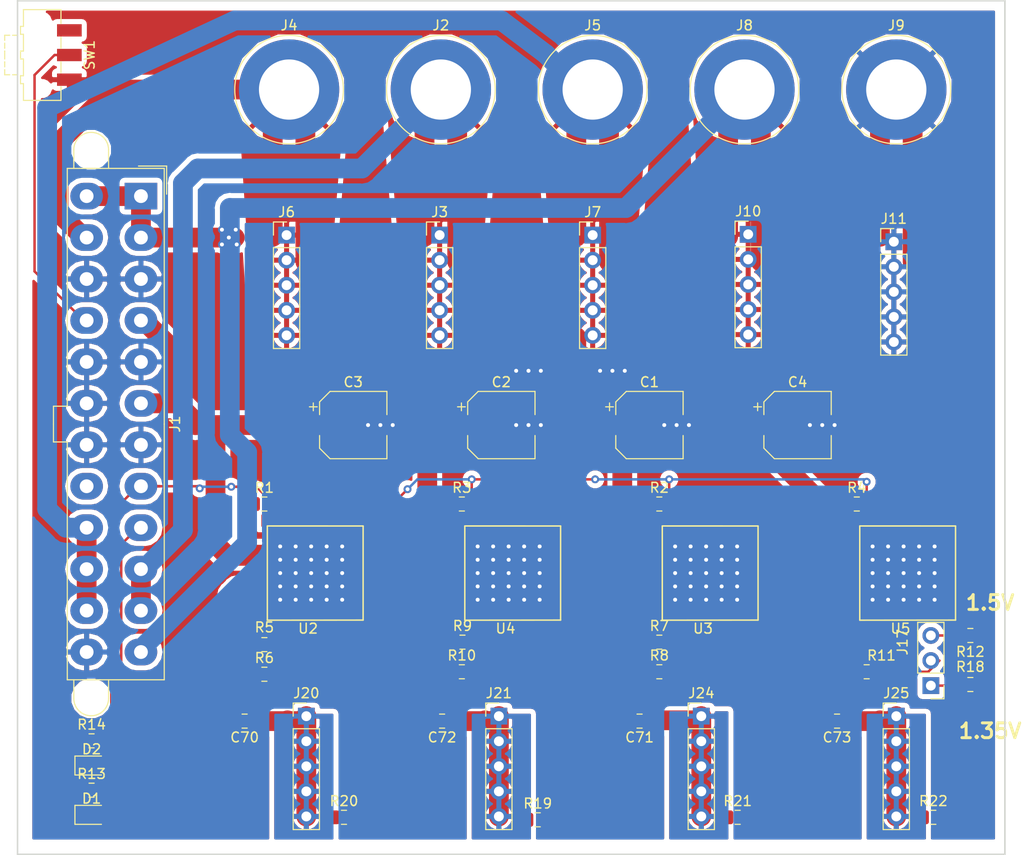
<source format=kicad_pcb>
(kicad_pcb (version 20171130) (host pcbnew "(5.0.0-rc2-100-g6d77e594b)")
  (layers (0 F.Cu signal) (31 B.Cu signal) (34 B.Paste user) (35 F.Paste user) (36 B.SilkS user) (37 F.SilkS user) (38 B.Mask user) (39 F.Mask user) (44 Edge.Cuts user))
  (net 0 "")
  (net 1 +5V)
  (net 2 +1.0V)
  (net 3 +1.8V)
  (net 4 +1.2V)
  (net 5 +3.3V)
  (net 6 GND)
  (net 7 +12V)
  (net 8 -12V)
  (net 9 "Net-(J1-Pad16)")
  (net 10 "Net-(J1-Pad20)")
  (net 11 "Net-(R1-Pad1)")
  (net 12 "Net-(R2-Pad1)")
  (net 13 "Net-(R3-Pad1)")
  (net 14 "Net-(R4-Pad1)")
  (net 15 "Net-(R5-Pad2)")
  (net 16 "Net-(R7-Pad2)")
  (net 17 "Net-(R10-Pad1)")
  (net 18 "Net-(SW1-Pad1)")
  (net 19 "Net-(J1-Pad9)")
  (net 20 "Net-(D1-Pad2)")
  (net 21 "Net-(D2-Pad2)")
  (net 22 ATX_POWEROK)
  (net 23 VCC_DDR)
  (net 24 "Net-(J17-Pad1)")
  (net 25 "Net-(J17-Pad2)")
  (net 26 "Net-(J17-Pad3)")
  (module Capacitor_SMD:CP_Elec_6.3x5.4_Nichicon (layer F.Cu) (at 112.5 75)
    (fp_text reference C1 (at 0 -4.35) (layer F.SilkS))
    (fp_text value "200uF Electrolytic")
    (pad 2 smd rect (at 2.7 0) (size 3.5 1.6) (layers F.Cu F.Paste F.Mask) (net 6 GND))
    (pad 1 smd rect (at -2.7 0) (size 3.5 1.6) (layers F.Cu F.Paste F.Mask) (net 1 +5V))
  )
  (module Capacitor_SMD:CP_Elec_6.3x5.4_Nichicon (layer F.Cu) (at 97.5 75)
    (fp_text reference C2 (at 0 -4.35) (layer F.SilkS))
    (fp_text value "200uF Electrolytic")
    (pad 1 smd rect (at -2.7 0) (size 3.5 1.6) (layers F.Cu F.Paste F.Mask) (net 1 +5V))
    (pad 2 smd rect (at 2.7 0) (size 3.5 1.6) (layers F.Cu F.Paste F.Mask) (net 6 GND))
  )
  (module Capacitor_SMD:CP_Elec_6.3x5.4_Nichicon (layer F.Cu) (at 82.5 75)
    (fp_text reference C3 (at 0 -4.35) (layer F.SilkS))
    (fp_text value "200uF Electrolytic")
    (pad 2 smd rect (at 2.7 0) (size 3.5 1.6) (layers F.Cu F.Paste F.Mask) (net 6 GND))
    (pad 1 smd rect (at -2.7 0) (size 3.5 1.6) (layers F.Cu F.Paste F.Mask) (net 1 +5V))
  )
  (module Capacitor_SMD:CP_Elec_6.3x5.4_Nichicon (layer F.Cu) (at 127.5 75)
    (fp_text reference C4 (at 0 -4.35) (layer F.SilkS))
    (fp_text value "200uF Electrolytic")
    (pad 1 smd rect (at -2.7 0) (size 3.5 1.6) (layers F.Cu F.Paste F.Mask) (net 1 +5V))
    (pad 2 smd rect (at 2.7 0) (size 3.5 1.6) (layers F.Cu F.Paste F.Mask) (net 6 GND))
  )
  (module Capacitor_SMD:C_0805_2012Metric (layer F.Cu) (at 71.5 105 180)
    (fp_text reference C70 (at 0 -1.65 180) (layer F.SilkS))
    (fp_text value "10uF X7R")
    (pad 2 smd roundrect (at 0.9375 0 180) (size 0.975 1.4) (layers F.Cu F.Paste F.Mask) (net 6 GND))
    (pad 1 smd roundrect (at -0.9375 0 180) (size 0.975 1.4) (layers F.Cu F.Paste F.Mask) (net 2 +1.0V))
  )
  (module Capacitor_SMD:C_0805_2012Metric (layer F.Cu) (at 111.5 105 180)
    (fp_text reference C71 (at 0 -1.65 180) (layer F.SilkS))
    (fp_text value "10uF X7R")
    (pad 1 smd roundrect (at -0.9375 0 180) (size 0.975 1.4) (layers F.Cu F.Paste F.Mask) (net 3 +1.8V))
    (pad 2 smd roundrect (at 0.9375 0 180) (size 0.975 1.4) (layers F.Cu F.Paste F.Mask) (net 6 GND))
  )
  (module Capacitor_SMD:C_0805_2012Metric (layer F.Cu) (at 91.5 105 180)
    (fp_text reference C72 (at 0 -1.65 180) (layer F.SilkS))
    (fp_text value "10uF X7R")
    (pad 2 smd roundrect (at 0.9375 0 180) (size 0.975 1.4) (layers F.Cu F.Paste F.Mask) (net 6 GND))
    (pad 1 smd roundrect (at -0.9375 0 180) (size 0.975 1.4) (layers F.Cu F.Paste F.Mask) (net 4 +1.2V))
  )
  (module Capacitor_SMD:C_0805_2012Metric (layer F.Cu) (at 131.5 105 180)
    (fp_text reference C73 (at 0 -1.65 180) (layer F.SilkS))
    (fp_text value "10uF X7R")
    (pad 1 smd roundrect (at -0.9375 0 180) (size 0.975 1.4) (layers F.Cu F.Paste F.Mask) (net 23 VCC_DDR))
    (pad 2 smd roundrect (at 0.9375 0 180) (size 0.975 1.4) (layers F.Cu F.Paste F.Mask) (net 6 GND))
  )
  (module LED_SMD:LED_0805_2012Metric (layer F.Cu) (at 56 114.5)
    (fp_text reference D1 (at 0 -1.65) (layer F.SilkS))
    (fp_text value LED)
    (pad 2 smd roundrect (at 0.9375 0) (size 0.975 1.4) (layers F.Cu F.Paste F.Mask) (net 20 "Net-(D1-Pad2)"))
    (pad 1 smd roundrect (at -0.9375 0) (size 0.975 1.4) (layers F.Cu F.Paste F.Mask) (net 6 GND))
  )
  (module LED_SMD:LED_0805_2012Metric (layer F.Cu) (at 56 109.5)
    (fp_text reference D2 (at 0 -1.65) (layer F.SilkS))
    (fp_text value LED)
    (pad 1 smd roundrect (at -0.9375 0) (size 0.975 1.4) (layers F.Cu F.Paste F.Mask) (net 6 GND))
    (pad 2 smd roundrect (at 0.9375 0) (size 0.975 1.4) (layers F.Cu F.Paste F.Mask) (net 21 "Net-(D2-Pad2)"))
  )
  (module Connector_Molex:Molex_Mini-Fit_Jr_5566-24A2_2x12_P4.20mm_Vertical (layer F.Cu) (at 61 51.8 270)
    (fp_text reference J1 (at 23.1 -3.45 270) (layer F.SilkS))
    (fp_text value Conn_02x12_Top_Bottom)
    (pad 1 thru_hole rect (at 0 0 270) (size 2.7 3.3) (drill 1.4) (layers *.Cu *.Mask) (net 5 +3.3V))
    (pad 2 thru_hole oval (at 4.2 0 270) (size 2.7 3.3) (drill 1.4) (layers *.Cu *.Mask) (net 5 +3.3V))
    (pad 3 thru_hole oval (at 8.4 0 270) (size 2.7 3.3) (drill 1.4) (layers *.Cu *.Mask) (net 6 GND))
    (pad 4 thru_hole oval (at 12.6 0 270) (size 2.7 3.3) (drill 1.4) (layers *.Cu *.Mask) (net 1 +5V))
    (pad 5 thru_hole oval (at 16.8 0 270) (size 2.7 3.3) (drill 1.4) (layers *.Cu *.Mask) (net 6 GND))
    (pad 6 thru_hole oval (at 21 0 270) (size 2.7 3.3) (drill 1.4) (layers *.Cu *.Mask) (net 1 +5V))
    (pad 7 thru_hole oval (at 25.2 0 270) (size 2.7 3.3) (drill 1.4) (layers *.Cu *.Mask) (net 6 GND))
    (pad 8 thru_hole oval (at 29.4 0 270) (size 2.7 3.3) (drill 1.4) (layers *.Cu *.Mask) (net 22 ATX_POWEROK))
    (pad 9 thru_hole oval (at 33.6 0 270) (size 2.7 3.3) (drill 1.4) (layers *.Cu *.Mask) (net 19 "Net-(J1-Pad9)"))
    (pad 10 thru_hole oval (at 37.8 0 270) (size 2.7 3.3) (drill 1.4) (layers *.Cu *.Mask) (net 7 +12V))
    (pad 11 thru_hole oval (at 42 0 270) (size 2.7 3.3) (drill 1.4) (layers *.Cu *.Mask) (net 7 +12V))
    (pad 12 thru_hole oval (at 46.2 0 270) (size 2.7 3.3) (drill 1.4) (layers *.Cu *.Mask) (net 5 +3.3V))
    (pad 13 thru_hole oval (at 0 5.5 270) (size 2.7 3.3) (drill 1.4) (layers *.Cu *.Mask) (net 5 +3.3V))
    (pad 14 thru_hole oval (at 4.2 5.5 270) (size 2.7 3.3) (drill 1.4) (layers *.Cu *.Mask) (net 8 -12V))
    (pad 15 thru_hole oval (at 8.4 5.5 270) (size 2.7 3.3) (drill 1.4) (layers *.Cu *.Mask) (net 6 GND))
    (pad 16 thru_hole oval (at 12.6 5.5 270) (size 2.7 3.3) (drill 1.4) (layers *.Cu *.Mask) (net 9 "Net-(J1-Pad16)"))
    (pad 17 thru_hole oval (at 16.8 5.5 270) (size 2.7 3.3) (drill 1.4) (layers *.Cu *.Mask) (net 6 GND))
    (pad 18 thru_hole oval (at 21 5.5 270) (size 2.7 3.3) (drill 1.4) (layers *.Cu *.Mask) (net 6 GND))
    (pad 19 thru_hole oval (at 25.2 5.5 270) (size 2.7 3.3) (drill 1.4) (layers *.Cu *.Mask) (net 6 GND))
    (pad 20 thru_hole oval (at 29.4 5.5 270) (size 2.7 3.3) (drill 1.4) (layers *.Cu *.Mask) (net 10 "Net-(J1-Pad20)"))
    (pad 21 thru_hole oval (at 33.6 5.5 270) (size 2.7 3.3) (drill 1.4) (layers *.Cu *.Mask) (net 1 +5V))
    (pad 22 thru_hole oval (at 37.8 5.5 270) (size 2.7 3.3) (drill 1.4) (layers *.Cu *.Mask) (net 1 +5V))
    (pad 23 thru_hole oval (at 42 5.5 270) (size 2.7 3.3) (drill 1.4) (layers *.Cu *.Mask) (net 1 +5V))
    (pad 24 thru_hole oval (at 46.2 5.5 270) (size 2.7 3.3) (drill 1.4) (layers *.Cu *.Mask) (net 6 GND))
    (pad "" np_thru_hole circle (at -4.7 5.04 270) (size 3 3) (drill 3) (layers *.Cu *.Mask))
    (pad "" np_thru_hole circle (at 50.9 5.04 270) (size 3 3) (drill 3) (layers *.Cu *.Mask))
  )
  (module Connector:Banana_Jack_1Pin (layer F.Cu) (at 91.375 41)
    (fp_text reference J2 (at 0 -6.5) (layer F.SilkS))
    (fp_text value Conn_01x01_Male)
    (pad 1 thru_hole circle (at 0 0) (size 10.16 10.16) (drill 6.1) (layers *.Cu *.Mask) (net 7 +12V))
  )
  (module Connector:Banana_Jack_1Pin (layer F.Cu) (at 76 41)
    (fp_text reference J4 (at 0 -6.5) (layer F.SilkS))
    (fp_text value Conn_01x01_Male)
    (pad 1 thru_hole circle (at 0 0) (size 10.16 10.16) (drill 6.1) (layers *.Cu *.Mask) (net 8 -12V))
  )
  (module Connector:Banana_Jack_1Pin (layer F.Cu) (at 106.75 41)
    (fp_text reference J5 (at 0 -6.5) (layer F.SilkS))
    (fp_text value Conn_01x01_Male)
    (pad 1 thru_hole circle (at 0 0) (size 10.16 10.16) (drill 6.1) (layers *.Cu *.Mask) (net 1 +5V))
  )
  (module Connector:Banana_Jack_1Pin (layer F.Cu) (at 122.125 41)
    (fp_text reference J8 (at 0 -6.5) (layer F.SilkS))
    (fp_text value Conn_01x01_Male)
    (pad 1 thru_hole circle (at 0 0) (size 10.16 10.16) (drill 6.1) (layers *.Cu *.Mask) (net 5 +3.3V))
  )
  (module Connector:Banana_Jack_1Pin (layer F.Cu) (at 137.5 41)
    (fp_text reference J9 (at 0 -6.5) (layer F.SilkS))
    (fp_text value Conn_01x01_Male)
    (pad 1 thru_hole circle (at 0 0) (size 10.16 10.16) (drill 6.1) (layers *.Cu *.Mask) (net 6 GND))
  )
  (module Connector_PinHeader_2.54mm:PinHeader_1x03_P2.54mm_Vertical (layer F.Cu) (at 141 101.404492 180)
    (fp_text reference J17 (at 2.871348 4.404492 270) (layer F.SilkS))
    (fp_text value Conn_01x03_Male)
    (pad 1 thru_hole rect (at 0 0 180) (size 1.7 1.7) (drill 1) (layers *.Cu *.Mask) (net 24 "Net-(J17-Pad1)"))
    (pad 2 thru_hole oval (at 0 2.54 180) (size 1.7 1.7) (drill 1) (layers *.Cu *.Mask) (net 25 "Net-(J17-Pad2)"))
    (pad 3 thru_hole oval (at 0 5.08 180) (size 1.7 1.7) (drill 1) (layers *.Cu *.Mask) (net 26 "Net-(J17-Pad3)"))
  )
  (module Resistor_SMD:R_0805_2012Metric (layer F.Cu) (at 73.5 83)
    (fp_text reference R1 (at 0 -1.65) (layer F.SilkS))
    (fp_text value 100k)
    (pad 2 smd roundrect (at 0.9375 0) (size 0.975 1.4) (layers F.Cu F.Paste F.Mask) (net 22 ATX_POWEROK))
    (pad 1 smd roundrect (at -0.9375 0) (size 0.975 1.4) (layers F.Cu F.Paste F.Mask) (net 11 "Net-(R1-Pad1)"))
  )
  (module Resistor_SMD:R_0805_2012Metric (layer F.Cu) (at 113.5 83)
    (fp_text reference R2 (at 0 -1.65) (layer F.SilkS))
    (fp_text value 100k)
    (pad 1 smd roundrect (at -0.9375 0) (size 0.975 1.4) (layers F.Cu F.Paste F.Mask) (net 12 "Net-(R2-Pad1)"))
    (pad 2 smd roundrect (at 0.9375 0) (size 0.975 1.4) (layers F.Cu F.Paste F.Mask) (net 22 ATX_POWEROK))
  )
  (module Resistor_SMD:R_0805_2012Metric (layer F.Cu) (at 93.5 83)
    (fp_text reference R3 (at 0 -1.65) (layer F.SilkS))
    (fp_text value 100k)
    (pad 2 smd roundrect (at 0.9375 0) (size 0.975 1.4) (layers F.Cu F.Paste F.Mask) (net 22 ATX_POWEROK))
    (pad 1 smd roundrect (at -0.9375 0) (size 0.975 1.4) (layers F.Cu F.Paste F.Mask) (net 13 "Net-(R3-Pad1)"))
  )
  (module Resistor_SMD:R_0805_2012Metric (layer F.Cu) (at 133.5 83)
    (fp_text reference R4 (at 0 -1.65) (layer F.SilkS))
    (fp_text value 100k)
    (pad 2 smd roundrect (at 0.9375 0) (size 0.975 1.4) (layers F.Cu F.Paste F.Mask) (net 22 ATX_POWEROK))
    (pad 1 smd roundrect (at -0.9375 0) (size 0.975 1.4) (layers F.Cu F.Paste F.Mask) (net 14 "Net-(R4-Pad1)"))
  )
  (module Resistor_SMD:R_0805_2012Metric (layer F.Cu) (at 73.5 97.25)
    (fp_text reference R5 (at 0 -1.75) (layer F.SilkS))
    (fp_text value "10K 0.1%")
    (pad 1 smd roundrect (at -0.9375 0) (size 0.975 1.4) (layers F.Cu F.Paste F.Mask) (net 2 +1.0V))
    (pad 2 smd roundrect (at 0.9375 0) (size 0.975 1.4) (layers F.Cu F.Paste F.Mask) (net 15 "Net-(R5-Pad2)"))
  )
  (module Resistor_SMD:R_0805_2012Metric (layer F.Cu) (at 73.5 100.25)
    (fp_text reference R6 (at 0 -1.65) (layer F.SilkS))
    (fp_text value "10K 0.1%")
    (pad 2 smd roundrect (at 0.9375 0) (size 0.975 1.4) (layers F.Cu F.Paste F.Mask) (net 6 GND))
    (pad 1 smd roundrect (at -0.9375 0) (size 0.975 1.4) (layers F.Cu F.Paste F.Mask) (net 15 "Net-(R5-Pad2)"))
  )
  (module Resistor_SMD:R_0805_2012Metric (layer F.Cu) (at 113.5 97)
    (fp_text reference R7 (at 0 -1.65) (layer F.SilkS))
    (fp_text value "10K 0.1%")
    (pad 1 smd roundrect (at -0.9375 0) (size 0.975 1.4) (layers F.Cu F.Paste F.Mask) (net 3 +1.8V))
    (pad 2 smd roundrect (at 0.9375 0) (size 0.975 1.4) (layers F.Cu F.Paste F.Mask) (net 16 "Net-(R7-Pad2)"))
  )
  (module Resistor_SMD:R_0805_2012Metric (layer F.Cu) (at 113.5 100)
    (fp_text reference R8 (at 0 -1.65) (layer F.SilkS))
    (fp_text value "3.83K 0.1%")
    (pad 2 smd roundrect (at 0.9375 0) (size 0.975 1.4) (layers F.Cu F.Paste F.Mask) (net 6 GND))
    (pad 1 smd roundrect (at -0.9375 0) (size 0.975 1.4) (layers F.Cu F.Paste F.Mask) (net 16 "Net-(R7-Pad2)"))
  )
  (module Resistor_SMD:R_0805_2012Metric (layer F.Cu) (at 93.5625 97)
    (fp_text reference R9 (at 0 -1.65) (layer F.SilkS))
    (fp_text value "10K 0.1%")
    (pad 1 smd roundrect (at -0.9375 0) (size 0.975 1.4) (layers F.Cu F.Paste F.Mask) (net 4 +1.2V))
    (pad 2 smd roundrect (at 0.9375 0) (size 0.975 1.4) (layers F.Cu F.Paste F.Mask) (net 17 "Net-(R10-Pad1)"))
  )
  (module Resistor_SMD:R_0805_2012Metric (layer F.Cu) (at 93.5 100)
    (fp_text reference R10 (at 0 -1.65) (layer F.SilkS))
    (fp_text value "7.15K 0.1%")
    (pad 2 smd roundrect (at 0.9375 0) (size 0.975 1.4) (layers F.Cu F.Paste F.Mask) (net 6 GND))
    (pad 1 smd roundrect (at -0.9375 0) (size 0.975 1.4) (layers F.Cu F.Paste F.Mask) (net 17 "Net-(R10-Pad1)"))
  )
  (module Resistor_SMD:R_0805_2012Metric (layer F.Cu) (at 134.5 100)
    (fp_text reference R11 (at 1.5 -1.65) (layer F.SilkS))
    (fp_text value "10K 0.1%")
    (pad 2 smd roundrect (at 0.9375 0) (size 0.975 1.4) (layers F.Cu F.Paste F.Mask) (net 25 "Net-(J17-Pad2)"))
    (pad 1 smd roundrect (at -0.9375 0) (size 0.975 1.4) (layers F.Cu F.Paste F.Mask) (net 23 VCC_DDR))
  )
  (module Resistor_SMD:R_0805_2012Metric (layer F.Cu) (at 145 96.324492 180)
    (fp_text reference R12 (at 0 -1.65 180) (layer F.SilkS))
    (fp_text value "5K 0.5%")
    (pad 1 smd roundrect (at -0.9375 0 180) (size 0.975 1.4) (layers F.Cu F.Paste F.Mask) (net 6 GND))
    (pad 2 smd roundrect (at 0.9375 0 180) (size 0.975 1.4) (layers F.Cu F.Paste F.Mask) (net 26 "Net-(J17-Pad3)"))
  )
  (module Resistor_SMD:R_0805_2012Metric (layer F.Cu) (at 56 112)
    (fp_text reference R13 (at 0 -1.65) (layer F.SilkS))
    (fp_text value 220)
    (pad 1 smd roundrect (at -0.9375 0) (size 0.975 1.4) (layers F.Cu F.Paste F.Mask) (net 20 "Net-(D1-Pad2)"))
    (pad 2 smd roundrect (at 0.9375 0) (size 0.975 1.4) (layers F.Cu F.Paste F.Mask) (net 19 "Net-(J1-Pad9)"))
  )
  (module Resistor_SMD:R_0805_2012Metric (layer F.Cu) (at 56 107)
    (fp_text reference R14 (at 0 -1.65) (layer F.SilkS))
    (fp_text value 220)
    (pad 1 smd roundrect (at -0.9375 0) (size 0.975 1.4) (layers F.Cu F.Paste F.Mask) (net 21 "Net-(D2-Pad2)"))
    (pad 2 smd roundrect (at 0.9375 0) (size 0.975 1.4) (layers F.Cu F.Paste F.Mask) (net 22 ATX_POWEROK))
  )
  (module Resistor_SMD:R_0805_2012Metric (layer F.Cu) (at 145 101.291992 180)
    (fp_text reference R18 (at 0 1.791992 180) (layer F.SilkS))
    (fp_text value "5.9K 0.5%")
    (pad 1 smd roundrect (at -0.9375 0 180) (size 0.975 1.4) (layers F.Cu F.Paste F.Mask) (net 6 GND))
    (pad 2 smd roundrect (at 0.9375 0 180) (size 0.975 1.4) (layers F.Cu F.Paste F.Mask) (net 24 "Net-(J17-Pad1)"))
  )
  (module Button_Switch_SMD:SW_SPDT_CK-JS102011SAQN (layer F.Cu) (at 51 37.5 270)
    (fp_text reference SW1 (at 0 -4.8 270) (layer F.SilkS))
    (fp_text value SW_SPDT)
    (pad 1 smd rect (at -2.5 -2.75 270) (size 1.25 2.5) (layers F.Cu F.Paste F.Mask) (net 18 "Net-(SW1-Pad1)"))
    (pad 2 smd rect (at 0 -2.75 270) (size 1.25 2.5) (layers F.Cu F.Paste F.Mask) (net 9 "Net-(J1-Pad16)"))
    (pad 3 smd rect (at 2.5 -2.75 270) (size 1.25 2.5) (layers F.Cu F.Paste F.Mask) (net 6 GND))
    (pad "" np_thru_hole circle (at -3.4 0 270) (size 0.9 0.9) (drill 0.9) (layers *.Cu *.Mask))
    (pad "" np_thru_hole circle (at 3.4 0 270) (size 0.9 0.9) (drill 0.9) (layers *.Cu *.Mask))
  )
  (module FuzzyDuck:MIC69502 (layer F.Cu) (at 77.5 90 270)
    (fp_text reference U2 (at 5.62356 -0.42418) (layer F.SilkS))
    (fp_text value MIC69502)
    (pad 4 smd rect (at 0 -1.065 270) (size 6.5 8.03) (layers F.Cu F.Paste F.Mask) (net 6 GND))
    (pad 4 smd rect (at 0 4.5 270) (size 0.65 1.7) (layers F.Cu F.Paste F.Mask) (net 6 GND))
    (pad 5 smd rect (at 1.27 4.5 270) (size 0.65 1.7) (layers F.Cu F.Paste F.Mask) (net 2 +1.0V))
    (pad 6 smd rect (at 2.54 4.5 270) (size 0.65 1.7) (layers F.Cu F.Paste F.Mask) (net 2 +1.0V))
    (pad 7 smd rect (at 3.81 4.5 270) (size 0.65 1.7) (layers F.Cu F.Paste F.Mask) (net 15 "Net-(R5-Pad2)"))
    (pad 1 smd rect (at -3.81 4.5 270) (size 0.65 1.7) (layers F.Cu F.Paste F.Mask) (net 11 "Net-(R1-Pad1)"))
    (pad 2 smd rect (at -2.54 4.5 270) (size 0.65 1.7) (layers F.Cu F.Paste F.Mask) (net 1 +5V))
    (pad 3 smd rect (at -1.27 4.5 270) (size 0.65 1.7) (layers F.Cu F.Paste F.Mask) (net 1 +5V))
  )
  (module FuzzyDuck:MIC69502 (layer F.Cu) (at 117.5 90 270)
    (fp_text reference U3 (at 5.62356 -0.42418) (layer F.SilkS))
    (fp_text value MIC69502)
    (pad 3 smd rect (at -1.27 4.5 270) (size 0.65 1.7) (layers F.Cu F.Paste F.Mask) (net 1 +5V))
    (pad 2 smd rect (at -2.54 4.5 270) (size 0.65 1.7) (layers F.Cu F.Paste F.Mask) (net 1 +5V))
    (pad 1 smd rect (at -3.81 4.5 270) (size 0.65 1.7) (layers F.Cu F.Paste F.Mask) (net 12 "Net-(R2-Pad1)"))
    (pad 7 smd rect (at 3.81 4.5 270) (size 0.65 1.7) (layers F.Cu F.Paste F.Mask) (net 16 "Net-(R7-Pad2)"))
    (pad 6 smd rect (at 2.54 4.5 270) (size 0.65 1.7) (layers F.Cu F.Paste F.Mask) (net 3 +1.8V))
    (pad 5 smd rect (at 1.27 4.5 270) (size 0.65 1.7) (layers F.Cu F.Paste F.Mask) (net 3 +1.8V))
    (pad 4 smd rect (at 0 4.5 270) (size 0.65 1.7) (layers F.Cu F.Paste F.Mask) (net 6 GND))
    (pad 4 smd rect (at 0 -1.065 270) (size 6.5 8.03) (layers F.Cu F.Paste F.Mask) (net 6 GND))
  )
  (module FuzzyDuck:MIC69502 (layer F.Cu) (at 97.5 90 270)
    (fp_text reference U4 (at 5.62356 -0.42418) (layer F.SilkS))
    (fp_text value MIC69502)
    (pad 4 smd rect (at 0 -1.065 270) (size 6.5 8.03) (layers F.Cu F.Paste F.Mask) (net 6 GND))
    (pad 4 smd rect (at 0 4.5 270) (size 0.65 1.7) (layers F.Cu F.Paste F.Mask) (net 6 GND))
    (pad 5 smd rect (at 1.27 4.5 270) (size 0.65 1.7) (layers F.Cu F.Paste F.Mask) (net 4 +1.2V))
    (pad 6 smd rect (at 2.54 4.5 270) (size 0.65 1.7) (layers F.Cu F.Paste F.Mask) (net 4 +1.2V))
    (pad 7 smd rect (at 3.81 4.5 270) (size 0.65 1.7) (layers F.Cu F.Paste F.Mask) (net 17 "Net-(R10-Pad1)"))
    (pad 1 smd rect (at -3.81 4.5 270) (size 0.65 1.7) (layers F.Cu F.Paste F.Mask) (net 13 "Net-(R3-Pad1)"))
    (pad 2 smd rect (at -2.54 4.5 270) (size 0.65 1.7) (layers F.Cu F.Paste F.Mask) (net 1 +5V))
    (pad 3 smd rect (at -1.27 4.5 270) (size 0.65 1.7) (layers F.Cu F.Paste F.Mask) (net 1 +5V))
  )
  (module FuzzyDuck:MIC69502 (layer F.Cu) (at 137.5 90 270)
    (fp_text reference U5 (at 5.62356 -0.42418) (layer F.SilkS))
    (fp_text value MIC69502)
    (pad 3 smd rect (at -1.27 4.5 270) (size 0.65 1.7) (layers F.Cu F.Paste F.Mask) (net 1 +5V))
    (pad 2 smd rect (at -2.54 4.5 270) (size 0.65 1.7) (layers F.Cu F.Paste F.Mask) (net 1 +5V))
    (pad 1 smd rect (at -3.81 4.5 270) (size 0.65 1.7) (layers F.Cu F.Paste F.Mask) (net 14 "Net-(R4-Pad1)"))
    (pad 7 smd rect (at 3.81 4.5 270) (size 0.65 1.7) (layers F.Cu F.Paste F.Mask) (net 25 "Net-(J17-Pad2)"))
    (pad 6 smd rect (at 2.54 4.5 270) (size 0.65 1.7) (layers F.Cu F.Paste F.Mask) (net 23 VCC_DDR))
    (pad 5 smd rect (at 1.27 4.5 270) (size 0.65 1.7) (layers F.Cu F.Paste F.Mask) (net 23 VCC_DDR))
    (pad 4 smd rect (at 0 4.5 270) (size 0.65 1.7) (layers F.Cu F.Paste F.Mask) (net 6 GND))
    (pad 4 smd rect (at 0 -1.065 270) (size 6.5 8.03) (layers F.Cu F.Paste F.Mask) (net 6 GND))
  )
  (module Connector_PinHeader_2.54mm:PinHeader_1x05_P2.54mm_Vertical (layer F.Cu) (at 91.25 55.75)
    (fp_text reference J3 (at 0 -2.33) (layer F.SilkS))
    (fp_text value Conn_01x05)
    (pad 1 thru_hole rect (at 0 0) (size 1.7 1.7) (drill 1) (layers *.Cu *.Mask) (net 7 +12V))
    (pad 2 thru_hole oval (at 0 2.54) (size 1.7 1.7) (drill 1) (layers *.Cu *.Mask) (net 7 +12V))
    (pad 3 thru_hole oval (at 0 5.08) (size 1.7 1.7) (drill 1) (layers *.Cu *.Mask) (net 7 +12V))
    (pad 4 thru_hole oval (at 0 7.62) (size 1.7 1.7) (drill 1) (layers *.Cu *.Mask) (net 7 +12V))
    (pad 5 thru_hole oval (at 0 10.16) (size 1.7 1.7) (drill 1) (layers *.Cu *.Mask) (net 7 +12V))
  )
  (module Connector_PinHeader_2.54mm:PinHeader_1x05_P2.54mm_Vertical (layer F.Cu) (at 75.75 55.75)
    (fp_text reference J6 (at 0 -2.33) (layer F.SilkS))
    (fp_text value Conn_01x05)
    (pad 1 thru_hole rect (at 0 0) (size 1.7 1.7) (drill 1) (layers *.Cu *.Mask) (net 8 -12V))
    (pad 2 thru_hole oval (at 0 2.54) (size 1.7 1.7) (drill 1) (layers *.Cu *.Mask) (net 8 -12V))
    (pad 3 thru_hole oval (at 0 5.08) (size 1.7 1.7) (drill 1) (layers *.Cu *.Mask) (net 8 -12V))
    (pad 4 thru_hole oval (at 0 7.62) (size 1.7 1.7) (drill 1) (layers *.Cu *.Mask) (net 8 -12V))
    (pad 5 thru_hole oval (at 0 10.16) (size 1.7 1.7) (drill 1) (layers *.Cu *.Mask) (net 8 -12V))
  )
  (module Connector_PinHeader_2.54mm:PinHeader_1x05_P2.54mm_Vertical (layer F.Cu) (at 106.75 55.75)
    (fp_text reference J7 (at 0 -2.33) (layer F.SilkS))
    (fp_text value Conn_01x05)
    (pad 5 thru_hole oval (at 0 10.16) (size 1.7 1.7) (drill 1) (layers *.Cu *.Mask) (net 1 +5V))
    (pad 4 thru_hole oval (at 0 7.62) (size 1.7 1.7) (drill 1) (layers *.Cu *.Mask) (net 1 +5V))
    (pad 3 thru_hole oval (at 0 5.08) (size 1.7 1.7) (drill 1) (layers *.Cu *.Mask) (net 1 +5V))
    (pad 2 thru_hole oval (at 0 2.54) (size 1.7 1.7) (drill 1) (layers *.Cu *.Mask) (net 1 +5V))
    (pad 1 thru_hole rect (at 0 0) (size 1.7 1.7) (drill 1) (layers *.Cu *.Mask) (net 1 +5V))
  )
  (module Connector_PinHeader_2.54mm:PinHeader_1x05_P2.54mm_Vertical (layer F.Cu) (at 122.5 55.67)
    (fp_text reference J10 (at 0 -2.33) (layer F.SilkS))
    (fp_text value Conn_01x05)
    (pad 5 thru_hole oval (at 0 10.16) (size 1.7 1.7) (drill 1) (layers *.Cu *.Mask) (net 5 +3.3V))
    (pad 4 thru_hole oval (at 0 7.62) (size 1.7 1.7) (drill 1) (layers *.Cu *.Mask) (net 5 +3.3V))
    (pad 3 thru_hole oval (at 0 5.08) (size 1.7 1.7) (drill 1) (layers *.Cu *.Mask) (net 5 +3.3V))
    (pad 2 thru_hole oval (at 0 2.54) (size 1.7 1.7) (drill 1) (layers *.Cu *.Mask) (net 5 +3.3V))
    (pad 1 thru_hole rect (at 0 0) (size 1.7 1.7) (drill 1) (layers *.Cu *.Mask) (net 5 +3.3V))
  )
  (module Connector_PinHeader_2.54mm:PinHeader_1x05_P2.54mm_Vertical (layer F.Cu) (at 137.25 56.42)
    (fp_text reference J11 (at 0 -2.33) (layer F.SilkS))
    (fp_text value Conn_01x05)
    (pad 1 thru_hole rect (at 0 0) (size 1.7 1.7) (drill 1) (layers *.Cu *.Mask) (net 6 GND))
    (pad 2 thru_hole oval (at 0 2.54) (size 1.7 1.7) (drill 1) (layers *.Cu *.Mask) (net 6 GND))
    (pad 3 thru_hole oval (at 0 5.08) (size 1.7 1.7) (drill 1) (layers *.Cu *.Mask) (net 6 GND))
    (pad 4 thru_hole oval (at 0 7.62) (size 1.7 1.7) (drill 1) (layers *.Cu *.Mask) (net 6 GND))
    (pad 5 thru_hole oval (at 0 10.16) (size 1.7 1.7) (drill 1) (layers *.Cu *.Mask) (net 6 GND))
  )
  (module Connector_PinHeader_2.54mm:PinHeader_1x05_P2.54mm_Vertical (layer F.Cu) (at 77.75 104.5)
    (fp_text reference J20 (at 0 -2.33) (layer F.SilkS))
    (fp_text value Conn_01x05)
    (pad 5 thru_hole oval (at 0 10.16) (size 1.7 1.7) (drill 1) (layers *.Cu *.Mask) (net 2 +1.0V))
    (pad 4 thru_hole oval (at 0 7.62) (size 1.7 1.7) (drill 1) (layers *.Cu *.Mask) (net 2 +1.0V))
    (pad 3 thru_hole oval (at 0 5.08) (size 1.7 1.7) (drill 1) (layers *.Cu *.Mask) (net 2 +1.0V))
    (pad 2 thru_hole oval (at 0 2.54) (size 1.7 1.7) (drill 1) (layers *.Cu *.Mask) (net 2 +1.0V))
    (pad 1 thru_hole rect (at 0 0) (size 1.7 1.7) (drill 1) (layers *.Cu *.Mask) (net 2 +1.0V))
  )
  (module Connector_PinHeader_2.54mm:PinHeader_1x05_P2.54mm_Vertical (layer F.Cu) (at 97.25 104.5)
    (fp_text reference J21 (at 0 -2.33) (layer F.SilkS))
    (fp_text value Conn_01x05)
    (pad 1 thru_hole rect (at 0 0) (size 1.7 1.7) (drill 1) (layers *.Cu *.Mask) (net 4 +1.2V))
    (pad 2 thru_hole oval (at 0 2.54) (size 1.7 1.7) (drill 1) (layers *.Cu *.Mask) (net 4 +1.2V))
    (pad 3 thru_hole oval (at 0 5.08) (size 1.7 1.7) (drill 1) (layers *.Cu *.Mask) (net 4 +1.2V))
    (pad 4 thru_hole oval (at 0 7.62) (size 1.7 1.7) (drill 1) (layers *.Cu *.Mask) (net 4 +1.2V))
    (pad 5 thru_hole oval (at 0 10.16) (size 1.7 1.7) (drill 1) (layers *.Cu *.Mask) (net 4 +1.2V))
  )
  (module Connector_PinHeader_2.54mm:PinHeader_1x05_P2.54mm_Vertical (layer F.Cu) (at 117.75 104.5)
    (fp_text reference J24 (at 0 -2.33) (layer F.SilkS))
    (fp_text value Conn_01x05)
    (pad 1 thru_hole rect (at 0 0) (size 1.7 1.7) (drill 1) (layers *.Cu *.Mask) (net 3 +1.8V))
    (pad 2 thru_hole oval (at 0 2.54) (size 1.7 1.7) (drill 1) (layers *.Cu *.Mask) (net 3 +1.8V))
    (pad 3 thru_hole oval (at 0 5.08) (size 1.7 1.7) (drill 1) (layers *.Cu *.Mask) (net 3 +1.8V))
    (pad 4 thru_hole oval (at 0 7.62) (size 1.7 1.7) (drill 1) (layers *.Cu *.Mask) (net 3 +1.8V))
    (pad 5 thru_hole oval (at 0 10.16) (size 1.7 1.7) (drill 1) (layers *.Cu *.Mask) (net 3 +1.8V))
  )
  (module Connector_PinHeader_2.54mm:PinHeader_1x05_P2.54mm_Vertical (layer F.Cu) (at 137.5 104.5)
    (fp_text reference J25 (at 0 -2.33) (layer F.SilkS))
    (fp_text value Conn_01x05)
    (pad 5 thru_hole oval (at 0 10.16) (size 1.7 1.7) (drill 1) (layers *.Cu *.Mask) (net 23 VCC_DDR))
    (pad 4 thru_hole oval (at 0 7.62) (size 1.7 1.7) (drill 1) (layers *.Cu *.Mask) (net 23 VCC_DDR))
    (pad 3 thru_hole oval (at 0 5.08) (size 1.7 1.7) (drill 1) (layers *.Cu *.Mask) (net 23 VCC_DDR))
    (pad 2 thru_hole oval (at 0 2.54) (size 1.7 1.7) (drill 1) (layers *.Cu *.Mask) (net 23 VCC_DDR))
    (pad 1 thru_hole rect (at 0 0) (size 1.7 1.7) (drill 1) (layers *.Cu *.Mask) (net 23 VCC_DDR))
  )
  (module Resistor_SMD:R_0805_2012Metric (layer F.Cu) (at 101.1875 115)
    (fp_text reference R19 (at 0 -1.65) (layer F.SilkS))
    (fp_text value 120)
    (pad 1 smd roundrect (at -0.9375 0) (size 0.975 1.4) (layers F.Cu F.Paste F.Mask) (net 4 +1.2V))
    (pad 2 smd roundrect (at 0.9375 0) (size 0.975 1.4) (layers F.Cu F.Paste F.Mask) (net 6 GND))
  )
  (module Resistor_SMD:R_0805_2012Metric (layer F.Cu) (at 81.5625 114.75)
    (fp_text reference R20 (at 0 -1.65) (layer F.SilkS))
    (fp_text value "100 ")
    (pad 1 smd roundrect (at -0.9375 0) (size 0.975 1.4) (layers F.Cu F.Paste F.Mask) (net 2 +1.0V))
    (pad 2 smd roundrect (at 0.9375 0) (size 0.975 1.4) (layers F.Cu F.Paste F.Mask) (net 6 GND))
  )
  (module Resistor_SMD:R_0805_2012Metric (layer F.Cu) (at 121.4375 114.75)
    (fp_text reference R21 (at 0 -1.65) (layer F.SilkS))
    (fp_text value 180)
    (pad 2 smd roundrect (at 0.9375 0) (size 0.975 1.4) (layers F.Cu F.Paste F.Mask) (net 6 GND))
    (pad 1 smd roundrect (at -0.9375 0) (size 0.975 1.4) (layers F.Cu F.Paste F.Mask) (net 3 +1.8V))
  )
  (module Resistor_SMD:R_0805_2012Metric (layer F.Cu) (at 141.25 114.75)
    (fp_text reference R22 (at 0 -1.65) (layer F.SilkS))
    (fp_text value 120)
    (pad 2 smd roundrect (at 0.9375 0) (size 0.975 1.4) (layers F.Cu F.Paste F.Mask) (net 6 GND))
    (pad 1 smd roundrect (at -0.9375 0) (size 0.975 1.4) (layers F.Cu F.Paste F.Mask) (net 23 VCC_DDR))
  )
  (gr_line (start 148.5 118.5) (end 148.5 32) (layer Edge.Cuts) (width 0.15))
  (gr_text "1.35V\n" (at 147 106) (layer F.SilkS) (effects (font (size 1.5 1.5) (thickness 0.3))))
  (gr_text 1.5V (at 147 93) (layer F.SilkS) (effects (font (size 1.5 1.5) (thickness 0.3))))
  (gr_line (start 48.5 118.5) (end 48.5 32) (layer Edge.Cuts) (width 0.15))
  (gr_line (start 148.5 118.5) (end 48.5 118.5) (layer Edge.Cuts) (width 0.15))
  (gr_line (start 48.5 32) (end 148.5 32) (layer Edge.Cuts) (width 0.15))
  (via (at 75.1 87.3) (size 0.8) (drill 0.4) (layers F.Cu B.Cu) (net 6))
  (via (at 86.5 75) (size 0.8) (drill 0.4) (layers F.Cu B.Cu) (net 6))
  (via (at 85.25 75) (size 0.8) (drill 0.4) (layers F.Cu B.Cu) (net 6))
  (via (at 84 75) (size 0.8) (drill 0.4) (layers F.Cu B.Cu) (net 6))
  (segment (start 55.5 85.4) (end 55.5 89.6) (width 2) (layer F.Cu) (net 1))
  (segment (start 55.5 89.6) (end 55.5 93.8) (width 2) (layer F.Cu) (net 1))
  (segment (start 70.5 34) (end 97.5 34) (width 2) (layer B.Cu) (net 1))
  (segment (start 51.5 42.842002) (end 70.5 34) (width 2) (layer B.Cu) (net 1))
  (segment (start 55.5 85.4) (end 53.4 85.4) (width 2) (layer B.Cu) (net 1))
  (segment (start 51.5 83.5) (end 51.5 42.842002) (width 2) (layer B.Cu) (net 1))
  (segment (start 53.4 85.4) (end 51.5 83.5) (width 2) (layer B.Cu) (net 1))
  (segment (start 64.65 72.8) (end 61 72.8) (width 2) (layer F.Cu) (net 1))
  (segment (start 66.5 74.65) (end 64.65 72.8) (width 2) (layer F.Cu) (net 1))
  (segment (start 66.5 75) (end 66.5 74.65) (width 2) (layer F.Cu) (net 1))
  (segment (start 61.3 64.4) (end 61 64.4) (width 2) (layer F.Cu) (net 1))
  (segment (start 64.65 67.75) (end 61.3 64.4) (width 2) (layer F.Cu) (net 1))
  (segment (start 64.65 72.35) (end 64.65 67.75) (width 2) (layer F.Cu) (net 1))
  (segment (start 61 72.8) (end 64.2 72.8) (width 2) (layer F.Cu) (net 1))
  (segment (start 64.2 72.8) (end 64.65 72.35) (width 2) (layer F.Cu) (net 1))
  (segment (start 91.05 75) (end 94.8 75) (width 2) (layer F.Cu) (net 1))
  (segment (start 88.05 72) (end 91.05 75) (width 2) (layer F.Cu) (net 1))
  (segment (start 83.75 72) (end 88.05 72) (width 2) (layer F.Cu) (net 1))
  (segment (start 79.8 75) (end 80.75 75) (width 2) (layer F.Cu) (net 1))
  (segment (start 80.75 75) (end 83.75 72) (width 2) (layer F.Cu) (net 1))
  (segment (start 106.05 75) (end 109.8 75) (width 2) (layer F.Cu) (net 1))
  (segment (start 103.05 72) (end 106.05 75) (width 2) (layer F.Cu) (net 1))
  (segment (start 98.75 72) (end 103.05 72) (width 2) (layer F.Cu) (net 1))
  (segment (start 94.8 75) (end 95.75 75) (width 2) (layer F.Cu) (net 1))
  (segment (start 95.75 75) (end 98.75 72) (width 2) (layer F.Cu) (net 1))
  (segment (start 113.25 72.5) (end 118.55 72.5) (width 2) (layer F.Cu) (net 1))
  (segment (start 121.05 75) (end 124.8 75) (width 2) (layer F.Cu) (net 1))
  (segment (start 118.55 72.5) (end 121.05 75) (width 2) (layer F.Cu) (net 1))
  (segment (start 109.8 75) (end 110.75 75) (width 2) (layer F.Cu) (net 1))
  (segment (start 110.75 75) (end 113.25 72.5) (width 2) (layer F.Cu) (net 1))
  (segment (start 103.05 72) (end 103.05 71.95) (width 2) (layer F.Cu) (net 1))
  (segment (start 105.095 69.905) (end 105.095 66.08) (width 2) (layer F.Cu) (net 1))
  (segment (start 103.05 71.95) (end 105.095 69.905) (width 2) (layer F.Cu) (net 1))
  (segment (start 124.8 77.8) (end 129.25 82.25) (width 2) (layer F.Cu) (net 1))
  (segment (start 124.8 75) (end 124.8 77.8) (width 2) (layer F.Cu) (net 1))
  (segment (start 129.25 82.25) (end 129.25 85.775002) (width 2) (layer F.Cu) (net 1))
  (segment (start 129.25 85.775002) (end 129.25 88) (width 2) (layer F.Cu) (net 1))
  (segment (start 129.25 88) (end 132.5 88) (width 2) (layer F.Cu) (net 1))
  (segment (start 91.05 75) (end 90 76.05) (width 2) (layer F.Cu) (net 1))
  (segment (start 90 76.05) (end 90 88) (width 2) (layer F.Cu) (net 1))
  (segment (start 90 88) (end 93 88) (width 2) (layer F.Cu) (net 1))
  (segment (start 79.8 75) (end 72 75) (width 2) (layer F.Cu) (net 1))
  (segment (start 69.75 75) (end 66.5 75) (width 2) (layer F.Cu) (net 1))
  (segment (start 79.8 75) (end 69.75 75) (width 2) (layer F.Cu) (net 1))
  (segment (start 109.8 77.8) (end 109.8 75) (width 2) (layer F.Cu) (net 1))
  (segment (start 109.75 77.85) (end 109.8 77.8) (width 2) (layer F.Cu) (net 1))
  (segment (start 113 88) (end 109.75 88) (width 2) (layer F.Cu) (net 1))
  (segment (start 109.75 88) (end 109.75 77.85) (width 2) (layer F.Cu) (net 1))
  (segment (start 68.549989 76.200011) (end 68.549989 87.049989) (width 2) (layer F.Cu) (net 1))
  (segment (start 69.75 75) (end 68.549989 76.200011) (width 2) (layer F.Cu) (net 1))
  (segment (start 68.549989 87.049989) (end 69.75 88.25) (width 2) (layer F.Cu) (net 1))
  (segment (start 69.75 88.25) (end 72.75 88.25) (width 2) (layer F.Cu) (net 1))
  (segment (start 105.594594 41) (end 102 37.405406) (width 2) (layer B.Cu) (net 1))
  (segment (start 106.75 41) (end 105.594594 41) (width 2) (layer B.Cu) (net 1))
  (segment (start 97.5 34) (end 102 37.405406) (width 2) (layer B.Cu) (net 1))
  (segment (start 105.095 42.655) (end 106.75 41) (width 2) (layer F.Cu) (net 1))
  (segment (start 105.095 55.92) (end 105.095 42.655) (width 2) (layer F.Cu) (net 1))
  (segment (start 108.405 42.655) (end 106.75 41) (width 2) (layer F.Cu) (net 1))
  (segment (start 108.405 58.46) (end 108.405 42.655) (width 2) (layer F.Cu) (net 1))
  (segment (start 72.5625 97.25) (end 71.5 97.25) (width 2) (layer F.Cu) (net 2))
  (segment (start 71.5 97.25) (end 70.25 96) (width 2) (layer F.Cu) (net 2))
  (segment (start 70.25 96) (end 70.25 92.25) (width 2) (layer F.Cu) (net 2))
  (segment (start 70.25 92.25) (end 70.75 91.75) (width 2) (layer F.Cu) (net 2))
  (segment (start 70.75 91.75) (end 73 91.75) (width 2) (layer F.Cu) (net 2))
  (segment (start 75.765 105) (end 75.845 104.92) (width 2) (layer F.Cu) (net 2))
  (segment (start 72.4375 105) (end 75.765 105) (width 2) (layer F.Cu) (net 2))
  (segment (start 70.5 96.25) (end 71.5 97.25) (width 2) (layer F.Cu) (net 2))
  (segment (start 70.25 96.25) (end 70.5 96.25) (width 2) (layer F.Cu) (net 2))
  (segment (start 70.25 101.945714) (end 70.25 96.25) (width 2) (layer F.Cu) (net 2))
  (segment (start 72.4375 105) (end 72.4375 104.133214) (width 2) (layer F.Cu) (net 2))
  (segment (start 72.4375 104.133214) (end 70.25 101.945714) (width 2) (layer F.Cu) (net 2))
  (segment (start 77.75 114.66) (end 77.75 104.5) (width 2) (layer F.Cu) (net 2))
  (segment (start 77.25 105) (end 77.75 104.5) (width 2) (layer F.Cu) (net 2))
  (segment (start 75.765 105) (end 77.25 105) (width 2) (layer F.Cu) (net 2))
  (segment (start 111.474998 92) (end 112.5 92) (width 2) (layer F.Cu) (net 3))
  (segment (start 110 92) (end 111.474998 92) (width 2) (layer F.Cu) (net 3))
  (segment (start 110 95.025) (end 110 92) (width 2) (layer F.Cu) (net 3))
  (segment (start 112.5625 97) (end 111.975 97) (width 2) (layer F.Cu) (net 3))
  (segment (start 111.975 97) (end 110 95.025) (width 2) (layer F.Cu) (net 3))
  (segment (start 112.4375 104.133214) (end 110 101.695714) (width 2) (layer F.Cu) (net 3))
  (segment (start 112.4375 105) (end 112.4375 104.133214) (width 2) (layer F.Cu) (net 3))
  (segment (start 110.75 97) (end 110 97.75) (width 2) (layer F.Cu) (net 3))
  (segment (start 112.5625 97) (end 110.75 97) (width 2) (layer F.Cu) (net 3))
  (segment (start 110 101.695714) (end 110 97.75) (width 2) (layer F.Cu) (net 3))
  (segment (start 110 97.75) (end 110 95.025) (width 2) (layer F.Cu) (net 3))
  (segment (start 117.75 114.66) (end 117.75 104.5) (width 2) (layer F.Cu) (net 3))
  (segment (start 117.33 104.92) (end 117.75 104.5) (width 2) (layer F.Cu) (net 3))
  (segment (start 112.4375 105) (end 112.5175 104.92) (width 2) (layer F.Cu) (net 3))
  (segment (start 112.5175 104.92) (end 117.33 104.92) (width 2) (layer F.Cu) (net 3))
  (segment (start 92.0375 97) (end 90.25 95.2125) (width 2) (layer F.Cu) (net 4))
  (segment (start 92.625 97) (end 92.0375 97) (width 2) (layer F.Cu) (net 4))
  (segment (start 90.25 95.2125) (end 90.25 92.25) (width 2) (layer F.Cu) (net 4))
  (segment (start 90.25 92.25) (end 90.75 91.75) (width 2) (layer F.Cu) (net 4))
  (segment (start 90.75 91.75) (end 93.25 91.75) (width 2) (layer F.Cu) (net 4))
  (segment (start 92.4375 104.133214) (end 90.25 101.945714) (width 2) (layer F.Cu) (net 4))
  (segment (start 92.4375 105) (end 92.4375 104.133214) (width 2) (layer F.Cu) (net 4))
  (segment (start 95.765 105) (end 95.845 104.92) (width 2) (layer F.Cu) (net 4))
  (segment (start 92.4375 105) (end 95.765 105) (width 2) (layer F.Cu) (net 4))
  (segment (start 92.625 97) (end 91 97) (width 2) (layer F.Cu) (net 4))
  (segment (start 90.25 101.945714) (end 90.25 97.75) (width 2) (layer F.Cu) (net 4))
  (segment (start 91 97) (end 90.25 97.75) (width 2) (layer F.Cu) (net 4))
  (segment (start 90.25 97.75) (end 90.25 95.2125) (width 2) (layer F.Cu) (net 4))
  (segment (start 97.25 114.66) (end 97.25 104.5) (width 2) (layer F.Cu) (net 4))
  (segment (start 96.75 105) (end 97.25 104.5) (width 2) (layer F.Cu) (net 4))
  (segment (start 95.765 105) (end 96.75 105) (width 2) (layer F.Cu) (net 4))
  (segment (start 55.5 51.8) (end 61 51.8) (width 2) (layer F.Cu) (net 5))
  (segment (start 61 51.8) (end 61 56) (width 2) (layer F.Cu) (net 5))
  (segment (start 61.3 98) (end 61 98) (width 2) (layer F.Cu) (net 5))
  (segment (start 110.125 53) (end 122.125 41) (width 2) (layer B.Cu) (net 5))
  (segment (start 61 97.706258) (end 71.75 86.956258) (width 2) (layer B.Cu) (net 5))
  (segment (start 71.75 86.956258) (end 71.75 77.75) (width 2) (layer B.Cu) (net 5))
  (segment (start 61 98) (end 61 97.706258) (width 2) (layer B.Cu) (net 5))
  (segment (start 71.75 77.75) (end 70 76) (width 2) (layer B.Cu) (net 5))
  (segment (start 70 76) (end 70 56) (width 2) (layer B.Cu) (net 5))
  (segment (start 70 53) (end 110.125 53) (width 2) (layer B.Cu) (net 5))
  (segment (start 70 56) (end 70 53) (width 2) (layer B.Cu) (net 5))
  (via (at 69.9 56) (size 0.8) (drill 0.4) (layers F.Cu B.Cu) (net 5))
  (via (at 69.2 56.7) (size 0.8) (drill 0.4) (layers F.Cu B.Cu) (net 5))
  (via (at 69.2 55.2) (size 0.8) (drill 0.4) (layers F.Cu B.Cu) (net 5))
  (via (at 70.6 55.2) (size 0.8) (drill 0.4) (layers F.Cu B.Cu) (net 5))
  (via (at 70.7 56.7) (size 0.8) (drill 0.4) (layers F.Cu B.Cu) (net 5))
  (segment (start 64.65 56) (end 70.5 56) (width 2) (layer F.Cu) (net 5))
  (segment (start 61 56) (end 64.65 56) (width 2) (layer F.Cu) (net 5))
  (segment (start 120.47 42.655) (end 122.125 41) (width 2) (layer F.Cu) (net 5))
  (segment (start 120.47 55.92) (end 120.47 42.655) (width 2) (layer F.Cu) (net 5))
  (segment (start 123.78 42.655) (end 122.125 41) (width 2) (layer F.Cu) (net 5))
  (segment (start 123.78 58.46) (end 123.78 42.655) (width 2) (layer F.Cu) (net 5))
  (segment (start 55.5 72.8) (end 55.5 77) (width 0.25) (layer F.Cu) (net 6))
  (segment (start 57.4 77) (end 61 77) (width 0.25) (layer F.Cu) (net 6))
  (segment (start 55.5 77) (end 57.4 77) (width 0.25) (layer F.Cu) (net 6))
  (via (at 99 75) (size 0.8) (drill 0.4) (layers F.Cu B.Cu) (net 6))
  (via (at 100.25 75) (size 0.8) (drill 0.4) (layers F.Cu B.Cu) (net 6))
  (via (at 101.5 75) (size 0.8) (drill 0.4) (layers F.Cu B.Cu) (net 6))
  (via (at 116.5 75) (size 0.8) (drill 0.4) (layers F.Cu B.Cu) (net 6))
  (via (at 114 75) (size 0.8) (drill 0.4) (layers F.Cu B.Cu) (net 6))
  (via (at 115.25 75) (size 0.8) (drill 0.4) (layers F.Cu B.Cu) (net 6))
  (via (at 131.25 75) (size 0.8) (drill 0.4) (layers F.Cu B.Cu) (net 6))
  (via (at 128.75 75) (size 0.8) (drill 0.4) (layers F.Cu B.Cu) (net 6))
  (via (at 130 75) (size 0.8) (drill 0.4) (layers F.Cu B.Cu) (net 6))
  (via (at 101.5 69.5) (size 0.8) (drill 0.4) (layers F.Cu B.Cu) (net 6))
  (via (at 99 69.5) (size 0.8) (drill 0.4) (layers F.Cu B.Cu) (net 6))
  (via (at 100.25 69.5) (size 0.8) (drill 0.4) (layers F.Cu B.Cu) (net 6))
  (via (at 108.75 69.5) (size 0.8) (drill 0.4) (layers F.Cu B.Cu) (net 6))
  (via (at 107.5 69.5) (size 0.8) (drill 0.4) (layers F.Cu B.Cu) (net 6))
  (via (at 110 69.5) (size 0.8) (drill 0.4) (layers F.Cu B.Cu) (net 6))
  (segment (start 73 90) (end 78.565 90) (width 0.25) (layer F.Cu) (net 6))
  (segment (start 94.1 90) (end 98.565 90) (width 0.25) (layer F.Cu) (net 6))
  (segment (start 93 90) (end 94.1 90) (width 0.25) (layer F.Cu) (net 6))
  (segment (start 114.1 90) (end 118.565 90) (width 0.25) (layer F.Cu) (net 6))
  (segment (start 113 90) (end 114.1 90) (width 0.25) (layer F.Cu) (net 6))
  (segment (start 133 90) (end 138.565 90) (width 0.25) (layer F.Cu) (net 6))
  (via (at 76.67 87.3) (size 0.8) (drill 0.4) (layers F.Cu B.Cu) (net 6))
  (via (at 78.24 87.3) (size 0.8) (drill 0.4) (layers F.Cu B.Cu) (net 6))
  (via (at 79.81 87.3) (size 0.8) (drill 0.4) (layers F.Cu B.Cu) (net 6))
  (via (at 81.38 87.3) (size 0.8) (drill 0.4) (layers F.Cu B.Cu) (net 6))
  (via (at 75.1 88.65) (size 0.8) (drill 0.4) (layers F.Cu B.Cu) (net 6))
  (via (at 76.67 88.65) (size 0.8) (drill 0.4) (layers F.Cu B.Cu) (net 6))
  (via (at 78.24 88.65) (size 0.8) (drill 0.4) (layers F.Cu B.Cu) (net 6))
  (via (at 79.81 88.65) (size 0.8) (drill 0.4) (layers F.Cu B.Cu) (net 6))
  (via (at 81.38 88.65) (size 0.8) (drill 0.4) (layers F.Cu B.Cu) (net 6))
  (via (at 75.1 90) (size 0.8) (drill 0.4) (layers F.Cu B.Cu) (net 6))
  (via (at 76.67 90) (size 0.8) (drill 0.4) (layers F.Cu B.Cu) (net 6))
  (via (at 78.24 90) (size 0.8) (drill 0.4) (layers F.Cu B.Cu) (net 6))
  (via (at 79.81 90) (size 0.8) (drill 0.4) (layers F.Cu B.Cu) (net 6))
  (via (at 81.38 90) (size 0.8) (drill 0.4) (layers F.Cu B.Cu) (net 6))
  (via (at 75.1 91.35) (size 0.8) (drill 0.4) (layers F.Cu B.Cu) (net 6))
  (via (at 76.67 91.35) (size 0.8) (drill 0.4) (layers F.Cu B.Cu) (net 6))
  (via (at 78.24 91.35) (size 0.8) (drill 0.4) (layers F.Cu B.Cu) (net 6))
  (via (at 79.81 91.35) (size 0.8) (drill 0.4) (layers F.Cu B.Cu) (net 6))
  (via (at 81.38 91.35) (size 0.8) (drill 0.4) (layers F.Cu B.Cu) (net 6))
  (via (at 75.1 92.7) (size 0.8) (drill 0.4) (layers F.Cu B.Cu) (net 6))
  (via (at 76.67 92.7) (size 0.8) (drill 0.4) (layers F.Cu B.Cu) (net 6))
  (via (at 78.24 92.7) (size 0.8) (drill 0.4) (layers F.Cu B.Cu) (net 6))
  (via (at 79.81 92.7) (size 0.8) (drill 0.4) (layers F.Cu B.Cu) (net 6))
  (via (at 81.38 92.7) (size 0.8) (drill 0.4) (layers F.Cu B.Cu) (net 6))
  (via (at 95.1 87.3) (size 0.8) (drill 0.4) (layers F.Cu B.Cu) (net 6))
  (via (at 96.67 87.3) (size 0.8) (drill 0.4) (layers F.Cu B.Cu) (net 6))
  (via (at 98.24 87.3) (size 0.8) (drill 0.4) (layers F.Cu B.Cu) (net 6))
  (via (at 99.81 87.3) (size 0.8) (drill 0.4) (layers F.Cu B.Cu) (net 6))
  (via (at 101.38 87.3) (size 0.8) (drill 0.4) (layers F.Cu B.Cu) (net 6))
  (via (at 95.1 88.65) (size 0.8) (drill 0.4) (layers F.Cu B.Cu) (net 6))
  (via (at 96.67 88.65) (size 0.8) (drill 0.4) (layers F.Cu B.Cu) (net 6))
  (via (at 98.24 88.65) (size 0.8) (drill 0.4) (layers F.Cu B.Cu) (net 6))
  (via (at 99.81 88.65) (size 0.8) (drill 0.4) (layers F.Cu B.Cu) (net 6))
  (via (at 101.38 88.65) (size 0.8) (drill 0.4) (layers F.Cu B.Cu) (net 6))
  (via (at 95.1 90) (size 0.8) (drill 0.4) (layers F.Cu B.Cu) (net 6))
  (via (at 96.67 90) (size 0.8) (drill 0.4) (layers F.Cu B.Cu) (net 6))
  (via (at 98.24 90) (size 0.8) (drill 0.4) (layers F.Cu B.Cu) (net 6))
  (via (at 99.81 90) (size 0.8) (drill 0.4) (layers F.Cu B.Cu) (net 6))
  (via (at 101.38 90) (size 0.8) (drill 0.4) (layers F.Cu B.Cu) (net 6))
  (via (at 95.1 91.35) (size 0.8) (drill 0.4) (layers F.Cu B.Cu) (net 6))
  (via (at 96.67 91.35) (size 0.8) (drill 0.4) (layers F.Cu B.Cu) (net 6))
  (via (at 98.24 91.35) (size 0.8) (drill 0.4) (layers F.Cu B.Cu) (net 6))
  (via (at 99.81 91.35) (size 0.8) (drill 0.4) (layers F.Cu B.Cu) (net 6))
  (via (at 101.38 91.35) (size 0.8) (drill 0.4) (layers F.Cu B.Cu) (net 6))
  (via (at 95.1 92.7) (size 0.8) (drill 0.4) (layers F.Cu B.Cu) (net 6))
  (via (at 96.67 92.7) (size 0.8) (drill 0.4) (layers F.Cu B.Cu) (net 6))
  (via (at 98.24 92.7) (size 0.8) (drill 0.4) (layers F.Cu B.Cu) (net 6))
  (via (at 99.81 92.7) (size 0.8) (drill 0.4) (layers F.Cu B.Cu) (net 6))
  (via (at 101.38 92.7) (size 0.8) (drill 0.4) (layers F.Cu B.Cu) (net 6))
  (via (at 115.1 87.3) (size 0.8) (drill 0.4) (layers F.Cu B.Cu) (net 6))
  (via (at 116.67 87.3) (size 0.8) (drill 0.4) (layers F.Cu B.Cu) (net 6))
  (via (at 118.24 87.3) (size 0.8) (drill 0.4) (layers F.Cu B.Cu) (net 6))
  (via (at 119.81 87.3) (size 0.8) (drill 0.4) (layers F.Cu B.Cu) (net 6))
  (via (at 121.38 87.3) (size 0.8) (drill 0.4) (layers F.Cu B.Cu) (net 6))
  (via (at 115.1 88.65) (size 0.8) (drill 0.4) (layers F.Cu B.Cu) (net 6))
  (via (at 116.67 88.65) (size 0.8) (drill 0.4) (layers F.Cu B.Cu) (net 6))
  (via (at 118.24 88.65) (size 0.8) (drill 0.4) (layers F.Cu B.Cu) (net 6))
  (via (at 119.81 88.65) (size 0.8) (drill 0.4) (layers F.Cu B.Cu) (net 6))
  (via (at 121.38 88.65) (size 0.8) (drill 0.4) (layers F.Cu B.Cu) (net 6))
  (via (at 115.1 90) (size 0.8) (drill 0.4) (layers F.Cu B.Cu) (net 6))
  (via (at 116.67 90) (size 0.8) (drill 0.4) (layers F.Cu B.Cu) (net 6))
  (via (at 118.24 90) (size 0.8) (drill 0.4) (layers F.Cu B.Cu) (net 6))
  (via (at 119.81 90) (size 0.8) (drill 0.4) (layers F.Cu B.Cu) (net 6))
  (via (at 121.38 90) (size 0.8) (drill 0.4) (layers F.Cu B.Cu) (net 6))
  (via (at 115.1 91.35) (size 0.8) (drill 0.4) (layers F.Cu B.Cu) (net 6))
  (via (at 116.67 91.35) (size 0.8) (drill 0.4) (layers F.Cu B.Cu) (net 6))
  (via (at 118.24 91.35) (size 0.8) (drill 0.4) (layers F.Cu B.Cu) (net 6))
  (via (at 119.81 91.35) (size 0.8) (drill 0.4) (layers F.Cu B.Cu) (net 6))
  (via (at 121.38 91.35) (size 0.8) (drill 0.4) (layers F.Cu B.Cu) (net 6))
  (via (at 115.1 92.7) (size 0.8) (drill 0.4) (layers F.Cu B.Cu) (net 6))
  (via (at 116.67 92.7) (size 0.8) (drill 0.4) (layers F.Cu B.Cu) (net 6))
  (via (at 118.24 92.7) (size 0.8) (drill 0.4) (layers F.Cu B.Cu) (net 6))
  (via (at 119.81 92.7) (size 0.8) (drill 0.4) (layers F.Cu B.Cu) (net 6))
  (via (at 121.38 92.7) (size 0.8) (drill 0.4) (layers F.Cu B.Cu) (net 6))
  (via (at 135.1 87.3) (size 0.8) (drill 0.4) (layers F.Cu B.Cu) (net 6))
  (via (at 136.67 87.3) (size 0.8) (drill 0.4) (layers F.Cu B.Cu) (net 6))
  (via (at 138.24 87.3) (size 0.8) (drill 0.4) (layers F.Cu B.Cu) (net 6))
  (via (at 139.81 87.3) (size 0.8) (drill 0.4) (layers F.Cu B.Cu) (net 6))
  (via (at 141.38 87.3) (size 0.8) (drill 0.4) (layers F.Cu B.Cu) (net 6))
  (via (at 135.1 88.65) (size 0.8) (drill 0.4) (layers F.Cu B.Cu) (net 6))
  (via (at 136.67 88.65) (size 0.8) (drill 0.4) (layers F.Cu B.Cu) (net 6))
  (via (at 138.24 88.65) (size 0.8) (drill 0.4) (layers F.Cu B.Cu) (net 6))
  (via (at 139.81 88.65) (size 0.8) (drill 0.4) (layers F.Cu B.Cu) (net 6))
  (via (at 141.38 88.65) (size 0.8) (drill 0.4) (layers F.Cu B.Cu) (net 6))
  (via (at 135.1 90) (size 0.8) (drill 0.4) (layers F.Cu B.Cu) (net 6))
  (via (at 136.67 90) (size 0.8) (drill 0.4) (layers F.Cu B.Cu) (net 6))
  (via (at 138.24 90) (size 0.8) (drill 0.4) (layers F.Cu B.Cu) (net 6))
  (via (at 139.81 90) (size 0.8) (drill 0.4) (layers F.Cu B.Cu) (net 6))
  (via (at 141.38 90) (size 0.8) (drill 0.4) (layers F.Cu B.Cu) (net 6))
  (via (at 135.1 91.35) (size 0.8) (drill 0.4) (layers F.Cu B.Cu) (net 6))
  (via (at 136.67 91.35) (size 0.8) (drill 0.4) (layers F.Cu B.Cu) (net 6))
  (via (at 138.24 91.35) (size 0.8) (drill 0.4) (layers F.Cu B.Cu) (net 6))
  (via (at 139.81 91.35) (size 0.8) (drill 0.4) (layers F.Cu B.Cu) (net 6))
  (via (at 141.38 91.35) (size 0.8) (drill 0.4) (layers F.Cu B.Cu) (net 6))
  (via (at 135.1 92.7) (size 0.8) (drill 0.4) (layers F.Cu B.Cu) (net 6))
  (via (at 136.67 92.7) (size 0.8) (drill 0.4) (layers F.Cu B.Cu) (net 6))
  (via (at 138.24 92.7) (size 0.8) (drill 0.4) (layers F.Cu B.Cu) (net 6))
  (via (at 139.81 92.7) (size 0.8) (drill 0.4) (layers F.Cu B.Cu) (net 6))
  (via (at 141.38 92.7) (size 0.8) (drill 0.4) (layers F.Cu B.Cu) (net 6))
  (segment (start 135.845 42.655) (end 137.5 41) (width 2) (layer F.Cu) (net 6))
  (segment (start 135.845 55.92) (end 135.845 42.655) (width 2) (layer F.Cu) (net 6))
  (segment (start 139.155 42.655) (end 137.5 41) (width 2) (layer F.Cu) (net 6))
  (segment (start 139.155 58.46) (end 139.155 42.655) (width 2) (layer F.Cu) (net 6))
  (segment (start 61 93.8) (end 61 89.6) (width 2) (layer F.Cu) (net 7))
  (segment (start 83.375 49) (end 91.375 41) (width 2) (layer B.Cu) (net 7))
  (segment (start 66.75 49) (end 83.375 49) (width 2) (layer B.Cu) (net 7))
  (segment (start 65.25 50.5) (end 66.75 49) (width 2) (layer B.Cu) (net 7))
  (segment (start 65.25 85.65) (end 65.25 50.5) (width 2) (layer B.Cu) (net 7))
  (segment (start 61 89.6) (end 61.3 89.6) (width 2) (layer B.Cu) (net 7))
  (segment (start 61.3 89.6) (end 65.25 85.65) (width 2) (layer B.Cu) (net 7))
  (segment (start 89.72 42.655) (end 91.375 41) (width 2) (layer F.Cu) (net 7))
  (segment (start 89.72 55.92) (end 89.72 42.655) (width 2) (layer F.Cu) (net 7))
  (segment (start 93.03 42.655) (end 91.375 41) (width 2) (layer F.Cu) (net 7))
  (segment (start 93.03 58.46) (end 93.03 42.655) (width 2) (layer F.Cu) (net 7))
  (segment (start 58.063998 41) (end 68.815796 41) (width 2) (layer F.Cu) (net 8))
  (segment (start 52.64999 46.414008) (end 58.063998 41) (width 2) (layer F.Cu) (net 8))
  (segment (start 68.815796 41) (end 76 41) (width 2) (layer F.Cu) (net 8))
  (segment (start 55.2 56) (end 52.64999 53.44999) (width 2) (layer F.Cu) (net 8))
  (segment (start 52.64999 53.44999) (end 52.64999 46.414008) (width 2) (layer F.Cu) (net 8))
  (segment (start 55.5 56) (end 55.2 56) (width 2) (layer F.Cu) (net 8))
  (segment (start 74.345 42.655) (end 76 41) (width 2) (layer F.Cu) (net 8))
  (segment (start 74.345 55.92) (end 74.345 42.655) (width 2) (layer F.Cu) (net 8))
  (segment (start 77.655 42.655) (end 76 41) (width 2) (layer F.Cu) (net 8))
  (segment (start 77.655 58.46) (end 77.655 42.655) (width 2) (layer F.Cu) (net 8))
  (segment (start 52.25 37.5) (end 50.224999 39.525001) (width 0.25) (layer F.Cu) (net 9))
  (segment (start 53.75 37.5) (end 52.25 37.5) (width 0.25) (layer F.Cu) (net 9))
  (segment (start 55.2 64.4) (end 55.5 64.4) (width 0.25) (layer F.Cu) (net 9))
  (segment (start 50.224999 39.525001) (end 50.224999 59.424999) (width 0.25) (layer F.Cu) (net 9))
  (segment (start 50.224999 59.424999) (end 55.2 64.4) (width 0.25) (layer F.Cu) (net 9))
  (segment (start 72.5625 85.7525) (end 73 86.19) (width 0.25) (layer F.Cu) (net 11))
  (segment (start 72.5625 83) (end 72.5625 85.7525) (width 0.25) (layer F.Cu) (net 11))
  (segment (start 113 83.4375) (end 112.5625 83) (width 0.25) (layer F.Cu) (net 12))
  (segment (start 113 86.19) (end 113 83.4375) (width 0.25) (layer F.Cu) (net 12))
  (segment (start 93 83.4375) (end 92.5625 83) (width 0.25) (layer F.Cu) (net 13))
  (segment (start 93 86.19) (end 93 83.4375) (width 0.25) (layer F.Cu) (net 13))
  (segment (start 133 83.4375) (end 132.5625 83) (width 0.25) (layer F.Cu) (net 14))
  (segment (start 133 86.19) (end 133 83.4375) (width 0.25) (layer F.Cu) (net 14))
  (segment (start 72.5625 99.125) (end 74.4375 97.25) (width 0.25) (layer F.Cu) (net 15))
  (segment (start 72.5625 100.25) (end 72.5625 99.125) (width 0.25) (layer F.Cu) (net 15))
  (segment (start 73 95.8125) (end 74.4375 97.25) (width 0.25) (layer F.Cu) (net 15))
  (segment (start 73 93.81) (end 73 95.8125) (width 0.25) (layer F.Cu) (net 15))
  (segment (start 113.525 93.81) (end 113 93.81) (width 0.25) (layer F.Cu) (net 16))
  (segment (start 114.4375 94.7225) (end 113.525 93.81) (width 0.25) (layer F.Cu) (net 16))
  (segment (start 114.4375 97) (end 114.4375 94.7225) (width 0.25) (layer F.Cu) (net 16))
  (segment (start 114.4375 98.125) (end 114.4375 97) (width 0.25) (layer F.Cu) (net 16))
  (segment (start 112.5625 100) (end 114.4375 98.125) (width 0.25) (layer F.Cu) (net 16))
  (segment (start 93 95.5) (end 94.5 97) (width 0.25) (layer F.Cu) (net 17))
  (segment (start 93 93.81) (end 93 95.5) (width 0.25) (layer F.Cu) (net 17))
  (segment (start 94.5 98.0625) (end 94.5 97) (width 0.25) (layer F.Cu) (net 17))
  (segment (start 92.5625 100) (end 94.5 98.0625) (width 0.25) (layer F.Cu) (net 17))
  (segment (start 60.7 85.4) (end 59 87.1) (width 0.25) (layer F.Cu) (net 19))
  (segment (start 61 85.4) (end 60.7 85.4) (width 0.25) (layer F.Cu) (net 19))
  (segment (start 59 109.9375) (end 56.9375 112) (width 0.25) (layer F.Cu) (net 19))
  (segment (start 59 87.1) (end 59 109.9375) (width 0.25) (layer F.Cu) (net 19))
  (segment (start 55.0625 112.625) (end 55.0625 112) (width 0.25) (layer F.Cu) (net 20))
  (segment (start 56.9375 114.5) (end 55.0625 112.625) (width 0.25) (layer F.Cu) (net 20))
  (segment (start 55.0625 107.625) (end 55.0625 107) (width 0.25) (layer F.Cu) (net 21))
  (segment (start 56.9375 109.5) (end 55.0625 107.625) (width 0.25) (layer F.Cu) (net 21))
  (segment (start 56.9375 107) (end 58 105.9375) (width 0.25) (layer F.Cu) (net 22))
  (segment (start 58 83.9) (end 60.7 81.2) (width 0.25) (layer F.Cu) (net 22))
  (segment (start 60.7 81.2) (end 61 81.2) (width 0.25) (layer F.Cu) (net 22))
  (segment (start 58 105.9375) (end 58 83.9) (width 0.25) (layer F.Cu) (net 22))
  (segment (start 62.9 81.2) (end 61 81.2) (width 0.25) (layer F.Cu) (net 22))
  (via (at 88 81.5) (size 0.8) (drill 0.4) (layers F.Cu B.Cu) (net 22))
  (segment (start 74.4375 83) (end 86.5 83) (width 0.25) (layer F.Cu) (net 22))
  (segment (start 86.5 83) (end 88 81.5) (width 0.25) (layer F.Cu) (net 22))
  (via (at 94.5 80.5) (size 0.8) (drill 0.4) (layers F.Cu B.Cu) (net 22))
  (segment (start 88 81.5) (end 89 80.5) (width 0.25) (layer B.Cu) (net 22))
  (segment (start 89 80.5) (end 94.5 80.5) (width 0.25) (layer B.Cu) (net 22))
  (segment (start 94.5 82.9375) (end 94.4375 83) (width 0.25) (layer F.Cu) (net 22))
  (segment (start 94.5 80.5) (end 94.5 82.9375) (width 0.25) (layer F.Cu) (net 22))
  (via (at 107 80.5) (size 0.8) (drill 0.4) (layers F.Cu B.Cu) (net 22))
  (segment (start 94.5 80.5) (end 107 80.5) (width 0.25) (layer F.Cu) (net 22))
  (via (at 114.5 80.5) (size 0.8) (drill 0.4) (layers F.Cu B.Cu) (net 22))
  (segment (start 114.5 82.9375) (end 114.4375 83) (width 0.25) (layer F.Cu) (net 22))
  (segment (start 114.5 80.5) (end 114.5 82.9375) (width 0.25) (layer F.Cu) (net 22))
  (via (at 134.5 80.75) (size 0.8) (drill 0.4) (layers F.Cu B.Cu) (net 22))
  (segment (start 134.5 82.9375) (end 134.4375 83) (width 0.25) (layer F.Cu) (net 22))
  (segment (start 134.5 80.75) (end 134.5 82.9375) (width 0.25) (layer F.Cu) (net 22))
  (segment (start 134.25 80.5) (end 134.5 80.75) (width 0.25) (layer B.Cu) (net 22))
  (segment (start 124.75 80.5) (end 134.25 80.5) (width 0.25) (layer B.Cu) (net 22))
  (segment (start 107 80.5) (end 114.5 80.5) (width 0.25) (layer B.Cu) (net 22))
  (segment (start 114.5 80.5) (end 124.75 80.5) (width 0.25) (layer B.Cu) (net 22))
  (segment (start 70.715675 81.25) (end 70.14999 81.25) (width 0.25) (layer F.Cu) (net 22))
  (segment (start 61 81.2) (end 66.733746 81.2) (width 0.25) (layer F.Cu) (net 22))
  (segment (start 66.733746 81.2) (end 66.949979 81.416233) (width 0.25) (layer F.Cu) (net 22))
  (segment (start 74.4375 83) (end 72.6875 81.25) (width 0.25) (layer F.Cu) (net 22))
  (segment (start 67.116212 81.25) (end 66.949979 81.416233) (width 0.25) (layer B.Cu) (net 22))
  (via (at 66.949979 81.416233) (size 0.8) (drill 0.4) (layers F.Cu B.Cu) (net 22))
  (via (at 70.14999 81.25) (size 0.8) (drill 0.4) (layers F.Cu B.Cu) (net 22))
  (segment (start 70.14999 81.25) (end 67.116212 81.25) (width 0.25) (layer B.Cu) (net 22))
  (segment (start 72.6875 81.25) (end 70.715675 81.25) (width 0.25) (layer F.Cu) (net 22))
  (segment (start 129.25 91.75) (end 129.25 95.6875) (width 2) (layer F.Cu) (net 23))
  (segment (start 133 91.75) (end 129.25 91.75) (width 2) (layer F.Cu) (net 23))
  (segment (start 135.765 105) (end 135.845 104.92) (width 2) (layer F.Cu) (net 23))
  (segment (start 132.4375 99) (end 132.5 98.9375) (width 2) (layer F.Cu) (net 23))
  (segment (start 132.4375 105) (end 132.4375 99) (width 2) (layer F.Cu) (net 23))
  (segment (start 129.25 95.6875) (end 132.5 98.9375) (width 2) (layer F.Cu) (net 23))
  (segment (start 132.5 98.9375) (end 133.5625 100) (width 2) (layer F.Cu) (net 23))
  (segment (start 137.5 114.66) (end 137.5 104.5) (width 2) (layer F.Cu) (net 23))
  (segment (start 132.4375 105) (end 135.765 105) (width 2) (layer F.Cu) (net 23))
  (segment (start 137 105) (end 137.5 104.5) (width 2) (layer F.Cu) (net 23))
  (segment (start 135.765 105) (end 137 105) (width 2) (layer F.Cu) (net 23))
  (segment (start 143.95 101.404492) (end 144.0625 101.291992) (width 0.25) (layer F.Cu) (net 24))
  (segment (start 141 101.404492) (end 143.95 101.404492) (width 0.25) (layer F.Cu) (net 24))
  (segment (start 133 97.5625) (end 135.4375 100) (width 0.25) (layer F.Cu) (net 25))
  (segment (start 133 93.81) (end 133 97.5625) (width 0.25) (layer F.Cu) (net 25))
  (segment (start 140.73584 100) (end 141.871348 98.864492) (width 0.25) (layer F.Cu) (net 25))
  (segment (start 135.4375 100) (end 140.73584 100) (width 0.25) (layer F.Cu) (net 25))
  (segment (start 141 96.324492) (end 144.0625 96.324492) (width 0.25) (layer F.Cu) (net 26))
  (zone (net 8) (net_name -12V) (layer F.Cu) (priority 1) (connect_pads (clearance 0.508)) (min_thickness 0.254) (fill yes (arc_segments 16) (thermal_gap 0.508) (thermal_bridge_width 0.508))
    (polygon (pts (xy 70.75 41) (xy 72.5 67.75) (xy 79.5 67.75) (xy 81.75 41)))
  )
  (zone (net 7) (net_name +12V) (layer F.Cu) (priority 1) (connect_pads (clearance 0.508)) (min_thickness 0.254) (fill yes (arc_segments 16) (thermal_gap 0.508) (thermal_bridge_width 0.508))
    (polygon (pts (xy 85.75 41) (xy 88 67.75) (xy 94.75 67.75) (xy 97 40.75)))
  )
  (zone (net 1) (net_name +5V) (layer F.Cu) (priority 1) (connect_pads (clearance 0.508)) (min_thickness 0.254) (fill yes (arc_segments 16) (thermal_gap 0.508) (thermal_bridge_width 0.508))
    (polygon (pts (xy 101.25 41.5) (xy 103.25 67.75) (xy 110.25 67.75) (xy 112.5 41.5)))
  )
  (zone (net 5) (net_name +3.3V) (layer F.Cu) (priority 1) (connect_pads (clearance 0.508)) (min_thickness 0.254) (fill yes (arc_segments 16) (thermal_gap 0.508) (thermal_bridge_width 0.508))
    (polygon (pts (xy 116.75 41.25) (xy 118.5 68) (xy 125.5 67.75) (xy 127.75 41)))
  )
  (zone (net 2) (net_name +1.0V) (layer F.Cu) (priority 1) (connect_pads (clearance 0.508)) (min_thickness 0.254) (fill yes (arc_segments 16) (thermal_gap 0.508) (thermal_bridge_width 0.508))
    (polygon (pts (xy 74.5 117) (xy 80.5 117) (xy 80.5 104.25) (xy 74.5 104.25)))
  )
  (zone (net 4) (net_name +1.2V) (layer F.Cu) (priority 1) (connect_pads (clearance 0.508)) (min_thickness 0.254) (fill yes (arc_segments 16) (thermal_gap 0.508) (thermal_bridge_width 0.508))
    (polygon (pts (xy 94.5 117) (xy 100.5 117) (xy 100.5 104.25) (xy 94.5 104.25)))
  )
  (zone (net 3) (net_name +1.8V) (layer F.Cu) (priority 1) (connect_pads (clearance 0.508)) (min_thickness 0.254) (fill yes (arc_segments 16) (thermal_gap 0.508) (thermal_bridge_width 0.508))
    (polygon (pts (xy 114.5 117) (xy 120.5 117) (xy 120.5 104) (xy 114.5 104)))
  )
  (zone (net 23) (net_name VCC_DDR) (layer F.Cu) (priority 1) (connect_pads (clearance 0.508)) (min_thickness 0.254) (fill yes (arc_segments 16) (thermal_gap 0.508) (thermal_bridge_width 0.508))
    (polygon (pts (xy 134.5 117) (xy 134.5 104.25) (xy 140.5 104.25) (xy 140.5 117)))
  )
  (zone (net 6) (net_name GND) (layer F.Cu) (connect_pads (clearance 0.508)) (min_thickness 0.254) (fill yes (arc_segments 16) (thermal_gap 0.508) (thermal_bridge_width 0.508))
    (polygon (pts (xy 50 117) (xy 50 33) (xy 147.5 33) (xy 147.5 117)))
  )
  (zone (net 6) (net_name GND) (layer B.Cu) (connect_pads (clearance 0.508)) (min_thickness 0.254) (fill yes (arc_segments 16) (thermal_gap 0.508) (thermal_bridge_width 0.508))
    (polygon (pts (xy 50 117) (xy 50 33) (xy 147.5 33) (xy 147.5 117)))
  )
  (zone (net 23) (net_name VCC_DDR) (layer B.Cu) (priority 1) (connect_pads (clearance 0.508)) (min_thickness 0.254) (fill yes (arc_segments 16) (thermal_gap 0.508) (thermal_bridge_width 0.508))
    (polygon (pts (xy 134.5 117) (xy 134.5 104.25) (xy 140.5 104.25) (xy 140.5 117)))
  )
  (zone (net 3) (net_name +1.8V) (layer B.Cu) (priority 1) (connect_pads (clearance 0.508)) (min_thickness 0.254) (fill yes (arc_segments 16) (thermal_gap 0.508) (thermal_bridge_width 0.508))
    (polygon (pts (xy 114.5 117) (xy 120.5 117) (xy 120.5 104) (xy 114.5 104)))
  )
  (zone (net 4) (net_name +1.2V) (layer B.Cu) (priority 1) (connect_pads (clearance 0.508)) (min_thickness 0.254) (fill yes (arc_segments 16) (thermal_gap 0.508) (thermal_bridge_width 0.508))
    (polygon (pts (xy 94.5 117) (xy 100.5 117) (xy 100.5 104.25) (xy 94.5 104.25)))
  )
  (zone (net 2) (net_name +1.0V) (layer B.Cu) (priority 1) (connect_pads (clearance 0.508)) (min_thickness 0.254) (fill yes (arc_segments 16) (thermal_gap 0.508) (thermal_bridge_width 0.508))
    (polygon (pts (xy 74.5 117) (xy 80.5 117) (xy 80.5 104.25) (xy 74.5 104.25)))
  )
)
</source>
